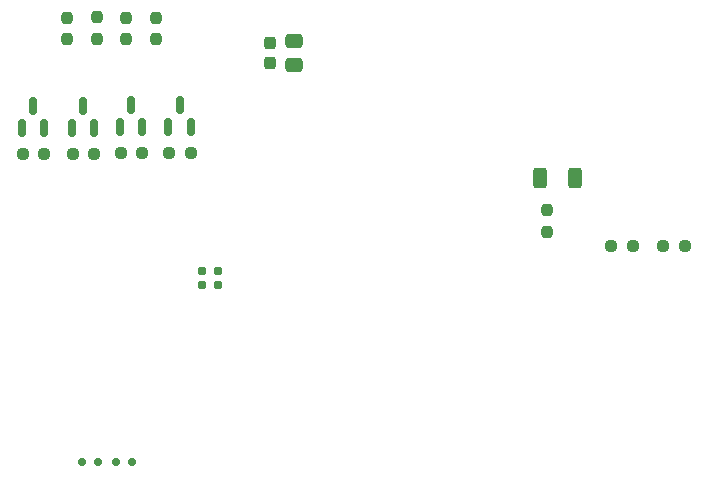
<source format=gbr>
%TF.GenerationSoftware,KiCad,Pcbnew,9.0.5*%
%TF.CreationDate,2026-01-03T21:21:05+05:30*%
%TF.ProjectId,Dietarium,44696574-6172-4697-956d-2e6b69636164,rev?*%
%TF.SameCoordinates,Original*%
%TF.FileFunction,Paste,Bot*%
%TF.FilePolarity,Positive*%
%FSLAX46Y46*%
G04 Gerber Fmt 4.6, Leading zero omitted, Abs format (unit mm)*
G04 Created by KiCad (PCBNEW 9.0.5) date 2026-01-03 21:21:05*
%MOMM*%
%LPD*%
G01*
G04 APERTURE LIST*
G04 Aperture macros list*
%AMRoundRect*
0 Rectangle with rounded corners*
0 $1 Rounding radius*
0 $2 $3 $4 $5 $6 $7 $8 $9 X,Y pos of 4 corners*
0 Add a 4 corners polygon primitive as box body*
4,1,4,$2,$3,$4,$5,$6,$7,$8,$9,$2,$3,0*
0 Add four circle primitives for the rounded corners*
1,1,$1+$1,$2,$3*
1,1,$1+$1,$4,$5*
1,1,$1+$1,$6,$7*
1,1,$1+$1,$8,$9*
0 Add four rect primitives between the rounded corners*
20,1,$1+$1,$2,$3,$4,$5,0*
20,1,$1+$1,$4,$5,$6,$7,0*
20,1,$1+$1,$6,$7,$8,$9,0*
20,1,$1+$1,$8,$9,$2,$3,0*%
G04 Aperture macros list end*
%ADD10RoundRect,0.237500X-0.237500X0.250000X-0.237500X-0.250000X0.237500X-0.250000X0.237500X0.250000X0*%
%ADD11RoundRect,0.250000X-0.475000X0.337500X-0.475000X-0.337500X0.475000X-0.337500X0.475000X0.337500X0*%
%ADD12RoundRect,0.150000X0.150000X-0.587500X0.150000X0.587500X-0.150000X0.587500X-0.150000X-0.587500X0*%
%ADD13RoundRect,0.150000X-0.150000X-0.200000X0.150000X-0.200000X0.150000X0.200000X-0.150000X0.200000X0*%
%ADD14RoundRect,0.237500X-0.237500X0.300000X-0.237500X-0.300000X0.237500X-0.300000X0.237500X0.300000X0*%
%ADD15RoundRect,0.237500X0.250000X0.237500X-0.250000X0.237500X-0.250000X-0.237500X0.250000X-0.237500X0*%
%ADD16RoundRect,0.150000X0.150000X0.200000X-0.150000X0.200000X-0.150000X-0.200000X0.150000X-0.200000X0*%
%ADD17RoundRect,0.237500X0.237500X-0.250000X0.237500X0.250000X-0.237500X0.250000X-0.237500X-0.250000X0*%
%ADD18RoundRect,0.160000X-0.160000X0.197500X-0.160000X-0.197500X0.160000X-0.197500X0.160000X0.197500X0*%
%ADD19RoundRect,0.160000X0.160000X-0.197500X0.160000X0.197500X-0.160000X0.197500X-0.160000X-0.197500X0*%
%ADD20RoundRect,0.237500X-0.250000X-0.237500X0.250000X-0.237500X0.250000X0.237500X-0.250000X0.237500X0*%
%ADD21RoundRect,0.250000X0.312500X0.625000X-0.312500X0.625000X-0.312500X-0.625000X0.312500X-0.625000X0*%
G04 APERTURE END LIST*
D10*
%TO.C,R13*%
X70113181Y-59328120D03*
X70113181Y-61153120D03*
%TD*%
D11*
%TO.C,C8*%
X81848922Y-61307092D03*
X81848922Y-63382092D03*
%TD*%
D12*
%TO.C,Q2*%
X68965031Y-68605233D03*
X67065031Y-68605233D03*
X68015031Y-66730233D03*
%TD*%
D13*
%TO.C,D4*%
X68123282Y-96995370D03*
X66723282Y-96995370D03*
%TD*%
D10*
%TO.C,R15*%
X67619611Y-59329451D03*
X67619611Y-61154451D03*
%TD*%
D14*
%TO.C,C7*%
X79801535Y-61486148D03*
X79801535Y-63211148D03*
%TD*%
D12*
%TO.C,Q3*%
X64916366Y-68653391D03*
X63016366Y-68653391D03*
X63966366Y-66778391D03*
%TD*%
%TO.C,Q4*%
X60670000Y-68677065D03*
X58770000Y-68677065D03*
X59720000Y-66802065D03*
%TD*%
D15*
%TO.C,R12*%
X73100723Y-70822296D03*
X71275723Y-70822296D03*
%TD*%
D10*
%TO.C,R17*%
X65122433Y-59307904D03*
X65122433Y-61132904D03*
%TD*%
D16*
%TO.C,D3*%
X63846447Y-96995370D03*
X65246447Y-96995370D03*
%TD*%
D17*
%TO.C,R5*%
X103250000Y-77462500D03*
X103250000Y-75637500D03*
%TD*%
D18*
%TO.C,R3*%
X75345395Y-80749775D03*
X75345395Y-81944775D03*
%TD*%
D10*
%TO.C,R19*%
X62588558Y-59329451D03*
X62588558Y-61154451D03*
%TD*%
D15*
%TO.C,R16*%
X64922032Y-70845405D03*
X63097032Y-70845405D03*
%TD*%
D19*
%TO.C,R4*%
X74047458Y-81943420D03*
X74047458Y-80748420D03*
%TD*%
D20*
%TO.C,R11*%
X108687500Y-78700000D03*
X110512500Y-78700000D03*
%TD*%
D21*
%TO.C,R6*%
X105596071Y-72897718D03*
X102671071Y-72897718D03*
%TD*%
D15*
%TO.C,R18*%
X60667564Y-70843916D03*
X58842564Y-70843916D03*
%TD*%
%TO.C,R14*%
X68987098Y-70822296D03*
X67162098Y-70822296D03*
%TD*%
D12*
%TO.C,Q1*%
X73080941Y-68562245D03*
X71180941Y-68562245D03*
X72130941Y-66687245D03*
%TD*%
D15*
%TO.C,R10*%
X114912500Y-78700000D03*
X113087500Y-78700000D03*
%TD*%
M02*

</source>
